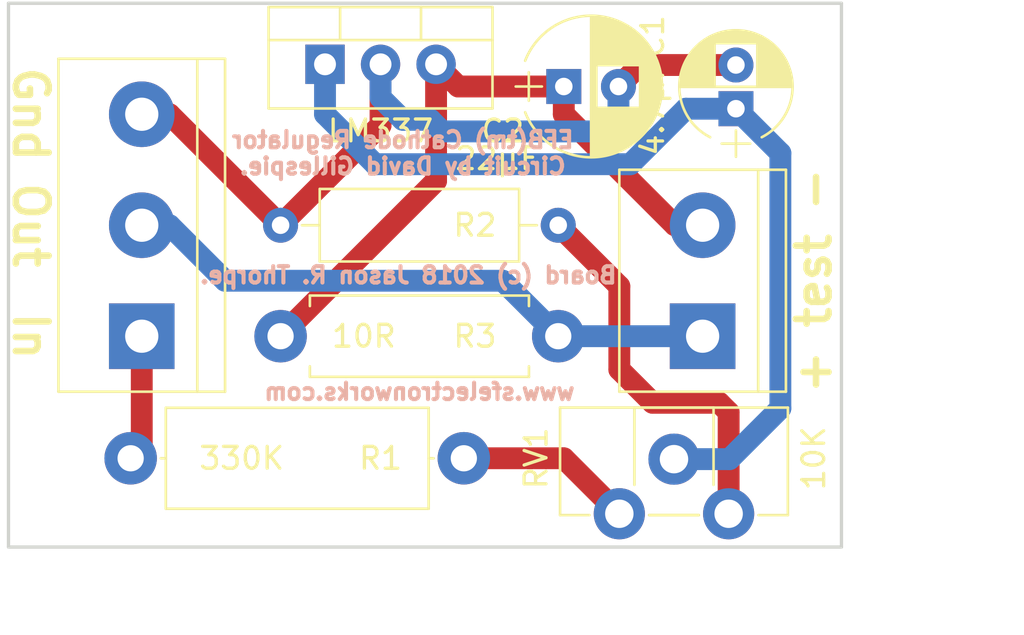
<source format=kicad_pcb>
(kicad_pcb (version 4) (host pcbnew 4.0.7)

  (general
    (links 14)
    (no_connects 0)
    (area 136.318 72.829 186.92 105.823828)
    (thickness 1.6)
    (drawings 13)
    (tracks 44)
    (zones 0)
    (modules 9)
    (nets 8)
  )

  (page A4)
  (layers
    (0 F.Cu signal)
    (31 B.Cu signal)
    (32 B.Adhes user)
    (33 F.Adhes user)
    (34 B.Paste user)
    (35 F.Paste user)
    (36 B.SilkS user)
    (37 F.SilkS user)
    (38 B.Mask user)
    (39 F.Mask user)
    (40 Dwgs.User user)
    (41 Cmts.User user)
    (42 Eco1.User user)
    (43 Eco2.User user)
    (44 Edge.Cuts user)
    (45 Margin user)
    (46 B.CrtYd user)
    (47 F.CrtYd user)
    (48 B.Fab user)
    (49 F.Fab user)
  )

  (setup
    (last_trace_width 1)
    (trace_clearance 0.5)
    (zone_clearance 0.508)
    (zone_45_only no)
    (trace_min 0.2)
    (segment_width 0.2)
    (edge_width 0.15)
    (via_size 0.6)
    (via_drill 0.4)
    (via_min_size 0.4)
    (via_min_drill 0.3)
    (uvia_size 0.3)
    (uvia_drill 0.1)
    (uvias_allowed no)
    (uvia_min_size 0.2)
    (uvia_min_drill 0.1)
    (pcb_text_width 0.3)
    (pcb_text_size 1.5 1.5)
    (mod_edge_width 0.15)
    (mod_text_size 1 1)
    (mod_text_width 0.15)
    (pad_size 1.524 1.524)
    (pad_drill 0.762)
    (pad_to_mask_clearance 0.2)
    (aux_axis_origin 0 0)
    (visible_elements FFFFFF7F)
    (pcbplotparams
      (layerselection 0x010f0_80000001)
      (usegerberextensions false)
      (excludeedgelayer true)
      (linewidth 0.100000)
      (plotframeref false)
      (viasonmask false)
      (mode 1)
      (useauxorigin false)
      (hpglpennumber 1)
      (hpglpenspeed 20)
      (hpglpendiameter 15)
      (hpglpenoverlay 2)
      (psnegative false)
      (psa4output false)
      (plotreference true)
      (plotvalue true)
      (plotinvisibletext false)
      (padsonsilk false)
      (subtractmaskfromsilk false)
      (outputformat 1)
      (mirror false)
      (drillshape 0)
      (scaleselection 1)
      (outputdirectory Gerbers/))
  )

  (net 0 "")
  (net 1 "Net-(C1-Pad1)")
  (net 2 "Net-(C1-Pad2)")
  (net 3 "Net-(C2-Pad1)")
  (net 4 "Net-(J1-Pad1)")
  (net 5 "Net-(J1-Pad2)")
  (net 6 "Net-(R1-Pad2)")
  (net 7 "Net-(R2-Pad1)")

  (net_class Default "This is the default net class."
    (clearance 0.5)
    (trace_width 1)
    (via_dia 0.6)
    (via_drill 0.4)
    (uvia_dia 0.3)
    (uvia_drill 0.1)
    (add_net "Net-(C1-Pad1)")
    (add_net "Net-(C1-Pad2)")
    (add_net "Net-(C2-Pad1)")
    (add_net "Net-(J1-Pad1)")
    (add_net "Net-(J1-Pad2)")
    (add_net "Net-(R1-Pad2)")
    (add_net "Net-(R2-Pad1)")
  )

  (module Capacitors_THT:CP_Radial_D5.0mm_P2.00mm (layer F.Cu) (tedit 5B79E7B6) (tstamp 5B79DCF9)
    (at 169.926 79.756 90)
    (descr "CP, Radial series, Radial, pin pitch=2.00mm, , diameter=5mm, Electrolytic Capacitor")
    (tags "CP Radial series Radial pin pitch 2.00mm  diameter 5mm Electrolytic Capacitor")
    (path /5B79B247)
    (fp_text reference C1 (at 3.302 -3.81 90) (layer F.SilkS)
      (effects (font (size 1 1) (thickness 0.15)))
    )
    (fp_text value 4.7µF (at 0 -3.81 90) (layer F.SilkS)
      (effects (font (size 1 1) (thickness 0.15)))
    )
    (fp_arc (start 1 0) (end -1.30558 -1.18) (angle 125.8) (layer F.SilkS) (width 0.12))
    (fp_arc (start 1 0) (end -1.30558 1.18) (angle -125.8) (layer F.SilkS) (width 0.12))
    (fp_arc (start 1 0) (end 3.30558 -1.18) (angle 54.2) (layer F.SilkS) (width 0.12))
    (fp_circle (center 1 0) (end 3.5 0) (layer F.Fab) (width 0.1))
    (fp_line (start -2.2 0) (end -1 0) (layer F.Fab) (width 0.1))
    (fp_line (start -1.6 -0.65) (end -1.6 0.65) (layer F.Fab) (width 0.1))
    (fp_line (start 1 -2.55) (end 1 2.55) (layer F.SilkS) (width 0.12))
    (fp_line (start 1.04 -2.55) (end 1.04 -0.98) (layer F.SilkS) (width 0.12))
    (fp_line (start 1.04 0.98) (end 1.04 2.55) (layer F.SilkS) (width 0.12))
    (fp_line (start 1.08 -2.549) (end 1.08 -0.98) (layer F.SilkS) (width 0.12))
    (fp_line (start 1.08 0.98) (end 1.08 2.549) (layer F.SilkS) (width 0.12))
    (fp_line (start 1.12 -2.548) (end 1.12 -0.98) (layer F.SilkS) (width 0.12))
    (fp_line (start 1.12 0.98) (end 1.12 2.548) (layer F.SilkS) (width 0.12))
    (fp_line (start 1.16 -2.546) (end 1.16 -0.98) (layer F.SilkS) (width 0.12))
    (fp_line (start 1.16 0.98) (end 1.16 2.546) (layer F.SilkS) (width 0.12))
    (fp_line (start 1.2 -2.543) (end 1.2 -0.98) (layer F.SilkS) (width 0.12))
    (fp_line (start 1.2 0.98) (end 1.2 2.543) (layer F.SilkS) (width 0.12))
    (fp_line (start 1.24 -2.539) (end 1.24 -0.98) (layer F.SilkS) (width 0.12))
    (fp_line (start 1.24 0.98) (end 1.24 2.539) (layer F.SilkS) (width 0.12))
    (fp_line (start 1.28 -2.535) (end 1.28 -0.98) (layer F.SilkS) (width 0.12))
    (fp_line (start 1.28 0.98) (end 1.28 2.535) (layer F.SilkS) (width 0.12))
    (fp_line (start 1.32 -2.531) (end 1.32 -0.98) (layer F.SilkS) (width 0.12))
    (fp_line (start 1.32 0.98) (end 1.32 2.531) (layer F.SilkS) (width 0.12))
    (fp_line (start 1.36 -2.525) (end 1.36 -0.98) (layer F.SilkS) (width 0.12))
    (fp_line (start 1.36 0.98) (end 1.36 2.525) (layer F.SilkS) (width 0.12))
    (fp_line (start 1.4 -2.519) (end 1.4 -0.98) (layer F.SilkS) (width 0.12))
    (fp_line (start 1.4 0.98) (end 1.4 2.519) (layer F.SilkS) (width 0.12))
    (fp_line (start 1.44 -2.513) (end 1.44 -0.98) (layer F.SilkS) (width 0.12))
    (fp_line (start 1.44 0.98) (end 1.44 2.513) (layer F.SilkS) (width 0.12))
    (fp_line (start 1.48 -2.506) (end 1.48 -0.98) (layer F.SilkS) (width 0.12))
    (fp_line (start 1.48 0.98) (end 1.48 2.506) (layer F.SilkS) (width 0.12))
    (fp_line (start 1.52 -2.498) (end 1.52 -0.98) (layer F.SilkS) (width 0.12))
    (fp_line (start 1.52 0.98) (end 1.52 2.498) (layer F.SilkS) (width 0.12))
    (fp_line (start 1.56 -2.489) (end 1.56 -0.98) (layer F.SilkS) (width 0.12))
    (fp_line (start 1.56 0.98) (end 1.56 2.489) (layer F.SilkS) (width 0.12))
    (fp_line (start 1.6 -2.48) (end 1.6 -0.98) (layer F.SilkS) (width 0.12))
    (fp_line (start 1.6 0.98) (end 1.6 2.48) (layer F.SilkS) (width 0.12))
    (fp_line (start 1.64 -2.47) (end 1.64 -0.98) (layer F.SilkS) (width 0.12))
    (fp_line (start 1.64 0.98) (end 1.64 2.47) (layer F.SilkS) (width 0.12))
    (fp_line (start 1.68 -2.46) (end 1.68 -0.98) (layer F.SilkS) (width 0.12))
    (fp_line (start 1.68 0.98) (end 1.68 2.46) (layer F.SilkS) (width 0.12))
    (fp_line (start 1.721 -2.448) (end 1.721 -0.98) (layer F.SilkS) (width 0.12))
    (fp_line (start 1.721 0.98) (end 1.721 2.448) (layer F.SilkS) (width 0.12))
    (fp_line (start 1.761 -2.436) (end 1.761 -0.98) (layer F.SilkS) (width 0.12))
    (fp_line (start 1.761 0.98) (end 1.761 2.436) (layer F.SilkS) (width 0.12))
    (fp_line (start 1.801 -2.424) (end 1.801 -0.98) (layer F.SilkS) (width 0.12))
    (fp_line (start 1.801 0.98) (end 1.801 2.424) (layer F.SilkS) (width 0.12))
    (fp_line (start 1.841 -2.41) (end 1.841 -0.98) (layer F.SilkS) (width 0.12))
    (fp_line (start 1.841 0.98) (end 1.841 2.41) (layer F.SilkS) (width 0.12))
    (fp_line (start 1.881 -2.396) (end 1.881 -0.98) (layer F.SilkS) (width 0.12))
    (fp_line (start 1.881 0.98) (end 1.881 2.396) (layer F.SilkS) (width 0.12))
    (fp_line (start 1.921 -2.382) (end 1.921 -0.98) (layer F.SilkS) (width 0.12))
    (fp_line (start 1.921 0.98) (end 1.921 2.382) (layer F.SilkS) (width 0.12))
    (fp_line (start 1.961 -2.366) (end 1.961 -0.98) (layer F.SilkS) (width 0.12))
    (fp_line (start 1.961 0.98) (end 1.961 2.366) (layer F.SilkS) (width 0.12))
    (fp_line (start 2.001 -2.35) (end 2.001 -0.98) (layer F.SilkS) (width 0.12))
    (fp_line (start 2.001 0.98) (end 2.001 2.35) (layer F.SilkS) (width 0.12))
    (fp_line (start 2.041 -2.333) (end 2.041 -0.98) (layer F.SilkS) (width 0.12))
    (fp_line (start 2.041 0.98) (end 2.041 2.333) (layer F.SilkS) (width 0.12))
    (fp_line (start 2.081 -2.315) (end 2.081 -0.98) (layer F.SilkS) (width 0.12))
    (fp_line (start 2.081 0.98) (end 2.081 2.315) (layer F.SilkS) (width 0.12))
    (fp_line (start 2.121 -2.296) (end 2.121 -0.98) (layer F.SilkS) (width 0.12))
    (fp_line (start 2.121 0.98) (end 2.121 2.296) (layer F.SilkS) (width 0.12))
    (fp_line (start 2.161 -2.276) (end 2.161 -0.98) (layer F.SilkS) (width 0.12))
    (fp_line (start 2.161 0.98) (end 2.161 2.276) (layer F.SilkS) (width 0.12))
    (fp_line (start 2.201 -2.256) (end 2.201 -0.98) (layer F.SilkS) (width 0.12))
    (fp_line (start 2.201 0.98) (end 2.201 2.256) (layer F.SilkS) (width 0.12))
    (fp_line (start 2.241 -2.234) (end 2.241 -0.98) (layer F.SilkS) (width 0.12))
    (fp_line (start 2.241 0.98) (end 2.241 2.234) (layer F.SilkS) (width 0.12))
    (fp_line (start 2.281 -2.212) (end 2.281 -0.98) (layer F.SilkS) (width 0.12))
    (fp_line (start 2.281 0.98) (end 2.281 2.212) (layer F.SilkS) (width 0.12))
    (fp_line (start 2.321 -2.189) (end 2.321 -0.98) (layer F.SilkS) (width 0.12))
    (fp_line (start 2.321 0.98) (end 2.321 2.189) (layer F.SilkS) (width 0.12))
    (fp_line (start 2.361 -2.165) (end 2.361 -0.98) (layer F.SilkS) (width 0.12))
    (fp_line (start 2.361 0.98) (end 2.361 2.165) (layer F.SilkS) (width 0.12))
    (fp_line (start 2.401 -2.14) (end 2.401 -0.98) (layer F.SilkS) (width 0.12))
    (fp_line (start 2.401 0.98) (end 2.401 2.14) (layer F.SilkS) (width 0.12))
    (fp_line (start 2.441 -2.113) (end 2.441 -0.98) (layer F.SilkS) (width 0.12))
    (fp_line (start 2.441 0.98) (end 2.441 2.113) (layer F.SilkS) (width 0.12))
    (fp_line (start 2.481 -2.086) (end 2.481 -0.98) (layer F.SilkS) (width 0.12))
    (fp_line (start 2.481 0.98) (end 2.481 2.086) (layer F.SilkS) (width 0.12))
    (fp_line (start 2.521 -2.058) (end 2.521 -0.98) (layer F.SilkS) (width 0.12))
    (fp_line (start 2.521 0.98) (end 2.521 2.058) (layer F.SilkS) (width 0.12))
    (fp_line (start 2.561 -2.028) (end 2.561 -0.98) (layer F.SilkS) (width 0.12))
    (fp_line (start 2.561 0.98) (end 2.561 2.028) (layer F.SilkS) (width 0.12))
    (fp_line (start 2.601 -1.997) (end 2.601 -0.98) (layer F.SilkS) (width 0.12))
    (fp_line (start 2.601 0.98) (end 2.601 1.997) (layer F.SilkS) (width 0.12))
    (fp_line (start 2.641 -1.965) (end 2.641 -0.98) (layer F.SilkS) (width 0.12))
    (fp_line (start 2.641 0.98) (end 2.641 1.965) (layer F.SilkS) (width 0.12))
    (fp_line (start 2.681 -1.932) (end 2.681 -0.98) (layer F.SilkS) (width 0.12))
    (fp_line (start 2.681 0.98) (end 2.681 1.932) (layer F.SilkS) (width 0.12))
    (fp_line (start 2.721 -1.897) (end 2.721 -0.98) (layer F.SilkS) (width 0.12))
    (fp_line (start 2.721 0.98) (end 2.721 1.897) (layer F.SilkS) (width 0.12))
    (fp_line (start 2.761 -1.861) (end 2.761 -0.98) (layer F.SilkS) (width 0.12))
    (fp_line (start 2.761 0.98) (end 2.761 1.861) (layer F.SilkS) (width 0.12))
    (fp_line (start 2.801 -1.823) (end 2.801 -0.98) (layer F.SilkS) (width 0.12))
    (fp_line (start 2.801 0.98) (end 2.801 1.823) (layer F.SilkS) (width 0.12))
    (fp_line (start 2.841 -1.783) (end 2.841 -0.98) (layer F.SilkS) (width 0.12))
    (fp_line (start 2.841 0.98) (end 2.841 1.783) (layer F.SilkS) (width 0.12))
    (fp_line (start 2.881 -1.742) (end 2.881 -0.98) (layer F.SilkS) (width 0.12))
    (fp_line (start 2.881 0.98) (end 2.881 1.742) (layer F.SilkS) (width 0.12))
    (fp_line (start 2.921 -1.699) (end 2.921 -0.98) (layer F.SilkS) (width 0.12))
    (fp_line (start 2.921 0.98) (end 2.921 1.699) (layer F.SilkS) (width 0.12))
    (fp_line (start 2.961 -1.654) (end 2.961 -0.98) (layer F.SilkS) (width 0.12))
    (fp_line (start 2.961 0.98) (end 2.961 1.654) (layer F.SilkS) (width 0.12))
    (fp_line (start 3.001 -1.606) (end 3.001 1.606) (layer F.SilkS) (width 0.12))
    (fp_line (start 3.041 -1.556) (end 3.041 1.556) (layer F.SilkS) (width 0.12))
    (fp_line (start 3.081 -1.504) (end 3.081 1.504) (layer F.SilkS) (width 0.12))
    (fp_line (start 3.121 -1.448) (end 3.121 1.448) (layer F.SilkS) (width 0.12))
    (fp_line (start 3.161 -1.39) (end 3.161 1.39) (layer F.SilkS) (width 0.12))
    (fp_line (start 3.201 -1.327) (end 3.201 1.327) (layer F.SilkS) (width 0.12))
    (fp_line (start 3.241 -1.261) (end 3.241 1.261) (layer F.SilkS) (width 0.12))
    (fp_line (start 3.281 -1.189) (end 3.281 1.189) (layer F.SilkS) (width 0.12))
    (fp_line (start 3.321 -1.112) (end 3.321 1.112) (layer F.SilkS) (width 0.12))
    (fp_line (start 3.361 -1.028) (end 3.361 1.028) (layer F.SilkS) (width 0.12))
    (fp_line (start 3.401 -0.934) (end 3.401 0.934) (layer F.SilkS) (width 0.12))
    (fp_line (start 3.441 -0.829) (end 3.441 0.829) (layer F.SilkS) (width 0.12))
    (fp_line (start 3.481 -0.707) (end 3.481 0.707) (layer F.SilkS) (width 0.12))
    (fp_line (start 3.521 -0.559) (end 3.521 0.559) (layer F.SilkS) (width 0.12))
    (fp_line (start 3.561 -0.354) (end 3.561 0.354) (layer F.SilkS) (width 0.12))
    (fp_line (start -2.2 0) (end -1 0) (layer F.SilkS) (width 0.12))
    (fp_line (start -1.6 -0.65) (end -1.6 0.65) (layer F.SilkS) (width 0.12))
    (fp_line (start -1.85 -2.85) (end -1.85 2.85) (layer F.CrtYd) (width 0.05))
    (fp_line (start -1.85 2.85) (end 3.85 2.85) (layer F.CrtYd) (width 0.05))
    (fp_line (start 3.85 2.85) (end 3.85 -2.85) (layer F.CrtYd) (width 0.05))
    (fp_line (start 3.85 -2.85) (end -1.85 -2.85) (layer F.CrtYd) (width 0.05))
    (fp_text user %R (at 1 0 90) (layer F.Fab)
      (effects (font (size 1 1) (thickness 0.15)))
    )
    (pad 1 thru_hole rect (at 0 0 90) (size 1.6 1.6) (drill 0.8) (layers *.Cu *.Mask)
      (net 1 "Net-(C1-Pad1)"))
    (pad 2 thru_hole circle (at 2 0 90) (size 1.6 1.6) (drill 0.8) (layers *.Cu *.Mask)
      (net 2 "Net-(C1-Pad2)"))
    (model ${KISYS3DMOD}/Capacitors_THT.3dshapes/CP_Radial_D5.0mm_P2.00mm.wrl
      (at (xyz 0 0 0))
      (scale (xyz 1 1 1))
      (rotate (xyz 0 0 0))
    )
  )

  (module Capacitors_THT:CP_Radial_D6.3mm_P2.50mm (layer F.Cu) (tedit 5B79E7AC) (tstamp 5B79DD8E)
    (at 162.052 78.74)
    (descr "CP, Radial series, Radial, pin pitch=2.50mm, , diameter=6.3mm, Electrolytic Capacitor")
    (tags "CP Radial series Radial pin pitch 2.50mm  diameter 6.3mm Electrolytic Capacitor")
    (path /5B79B1E2)
    (fp_text reference C2 (at -2.794 2.032) (layer F.SilkS)
      (effects (font (size 1 1) (thickness 0.15)))
    )
    (fp_text value 22µF (at -3.048 3.302) (layer F.SilkS)
      (effects (font (size 1 1) (thickness 0.15)))
    )
    (fp_arc (start 1.25 0) (end -1.767482 -1.18) (angle 137.3) (layer F.SilkS) (width 0.12))
    (fp_arc (start 1.25 0) (end -1.767482 1.18) (angle -137.3) (layer F.SilkS) (width 0.12))
    (fp_arc (start 1.25 0) (end 4.267482 -1.18) (angle 42.7) (layer F.SilkS) (width 0.12))
    (fp_circle (center 1.25 0) (end 4.4 0) (layer F.Fab) (width 0.1))
    (fp_line (start -2.2 0) (end -1 0) (layer F.Fab) (width 0.1))
    (fp_line (start -1.6 -0.65) (end -1.6 0.65) (layer F.Fab) (width 0.1))
    (fp_line (start 1.25 -3.2) (end 1.25 3.2) (layer F.SilkS) (width 0.12))
    (fp_line (start 1.29 -3.2) (end 1.29 3.2) (layer F.SilkS) (width 0.12))
    (fp_line (start 1.33 -3.2) (end 1.33 3.2) (layer F.SilkS) (width 0.12))
    (fp_line (start 1.37 -3.198) (end 1.37 3.198) (layer F.SilkS) (width 0.12))
    (fp_line (start 1.41 -3.197) (end 1.41 3.197) (layer F.SilkS) (width 0.12))
    (fp_line (start 1.45 -3.194) (end 1.45 3.194) (layer F.SilkS) (width 0.12))
    (fp_line (start 1.49 -3.192) (end 1.49 3.192) (layer F.SilkS) (width 0.12))
    (fp_line (start 1.53 -3.188) (end 1.53 -0.98) (layer F.SilkS) (width 0.12))
    (fp_line (start 1.53 0.98) (end 1.53 3.188) (layer F.SilkS) (width 0.12))
    (fp_line (start 1.57 -3.185) (end 1.57 -0.98) (layer F.SilkS) (width 0.12))
    (fp_line (start 1.57 0.98) (end 1.57 3.185) (layer F.SilkS) (width 0.12))
    (fp_line (start 1.61 -3.18) (end 1.61 -0.98) (layer F.SilkS) (width 0.12))
    (fp_line (start 1.61 0.98) (end 1.61 3.18) (layer F.SilkS) (width 0.12))
    (fp_line (start 1.65 -3.176) (end 1.65 -0.98) (layer F.SilkS) (width 0.12))
    (fp_line (start 1.65 0.98) (end 1.65 3.176) (layer F.SilkS) (width 0.12))
    (fp_line (start 1.69 -3.17) (end 1.69 -0.98) (layer F.SilkS) (width 0.12))
    (fp_line (start 1.69 0.98) (end 1.69 3.17) (layer F.SilkS) (width 0.12))
    (fp_line (start 1.73 -3.165) (end 1.73 -0.98) (layer F.SilkS) (width 0.12))
    (fp_line (start 1.73 0.98) (end 1.73 3.165) (layer F.SilkS) (width 0.12))
    (fp_line (start 1.77 -3.158) (end 1.77 -0.98) (layer F.SilkS) (width 0.12))
    (fp_line (start 1.77 0.98) (end 1.77 3.158) (layer F.SilkS) (width 0.12))
    (fp_line (start 1.81 -3.152) (end 1.81 -0.98) (layer F.SilkS) (width 0.12))
    (fp_line (start 1.81 0.98) (end 1.81 3.152) (layer F.SilkS) (width 0.12))
    (fp_line (start 1.85 -3.144) (end 1.85 -0.98) (layer F.SilkS) (width 0.12))
    (fp_line (start 1.85 0.98) (end 1.85 3.144) (layer F.SilkS) (width 0.12))
    (fp_line (start 1.89 -3.137) (end 1.89 -0.98) (layer F.SilkS) (width 0.12))
    (fp_line (start 1.89 0.98) (end 1.89 3.137) (layer F.SilkS) (width 0.12))
    (fp_line (start 1.93 -3.128) (end 1.93 -0.98) (layer F.SilkS) (width 0.12))
    (fp_line (start 1.93 0.98) (end 1.93 3.128) (layer F.SilkS) (width 0.12))
    (fp_line (start 1.971 -3.119) (end 1.971 -0.98) (layer F.SilkS) (width 0.12))
    (fp_line (start 1.971 0.98) (end 1.971 3.119) (layer F.SilkS) (width 0.12))
    (fp_line (start 2.011 -3.11) (end 2.011 -0.98) (layer F.SilkS) (width 0.12))
    (fp_line (start 2.011 0.98) (end 2.011 3.11) (layer F.SilkS) (width 0.12))
    (fp_line (start 2.051 -3.1) (end 2.051 -0.98) (layer F.SilkS) (width 0.12))
    (fp_line (start 2.051 0.98) (end 2.051 3.1) (layer F.SilkS) (width 0.12))
    (fp_line (start 2.091 -3.09) (end 2.091 -0.98) (layer F.SilkS) (width 0.12))
    (fp_line (start 2.091 0.98) (end 2.091 3.09) (layer F.SilkS) (width 0.12))
    (fp_line (start 2.131 -3.079) (end 2.131 -0.98) (layer F.SilkS) (width 0.12))
    (fp_line (start 2.131 0.98) (end 2.131 3.079) (layer F.SilkS) (width 0.12))
    (fp_line (start 2.171 -3.067) (end 2.171 -0.98) (layer F.SilkS) (width 0.12))
    (fp_line (start 2.171 0.98) (end 2.171 3.067) (layer F.SilkS) (width 0.12))
    (fp_line (start 2.211 -3.055) (end 2.211 -0.98) (layer F.SilkS) (width 0.12))
    (fp_line (start 2.211 0.98) (end 2.211 3.055) (layer F.SilkS) (width 0.12))
    (fp_line (start 2.251 -3.042) (end 2.251 -0.98) (layer F.SilkS) (width 0.12))
    (fp_line (start 2.251 0.98) (end 2.251 3.042) (layer F.SilkS) (width 0.12))
    (fp_line (start 2.291 -3.029) (end 2.291 -0.98) (layer F.SilkS) (width 0.12))
    (fp_line (start 2.291 0.98) (end 2.291 3.029) (layer F.SilkS) (width 0.12))
    (fp_line (start 2.331 -3.015) (end 2.331 -0.98) (layer F.SilkS) (width 0.12))
    (fp_line (start 2.331 0.98) (end 2.331 3.015) (layer F.SilkS) (width 0.12))
    (fp_line (start 2.371 -3.001) (end 2.371 -0.98) (layer F.SilkS) (width 0.12))
    (fp_line (start 2.371 0.98) (end 2.371 3.001) (layer F.SilkS) (width 0.12))
    (fp_line (start 2.411 -2.986) (end 2.411 -0.98) (layer F.SilkS) (width 0.12))
    (fp_line (start 2.411 0.98) (end 2.411 2.986) (layer F.SilkS) (width 0.12))
    (fp_line (start 2.451 -2.97) (end 2.451 -0.98) (layer F.SilkS) (width 0.12))
    (fp_line (start 2.451 0.98) (end 2.451 2.97) (layer F.SilkS) (width 0.12))
    (fp_line (start 2.491 -2.954) (end 2.491 -0.98) (layer F.SilkS) (width 0.12))
    (fp_line (start 2.491 0.98) (end 2.491 2.954) (layer F.SilkS) (width 0.12))
    (fp_line (start 2.531 -2.937) (end 2.531 -0.98) (layer F.SilkS) (width 0.12))
    (fp_line (start 2.531 0.98) (end 2.531 2.937) (layer F.SilkS) (width 0.12))
    (fp_line (start 2.571 -2.919) (end 2.571 -0.98) (layer F.SilkS) (width 0.12))
    (fp_line (start 2.571 0.98) (end 2.571 2.919) (layer F.SilkS) (width 0.12))
    (fp_line (start 2.611 -2.901) (end 2.611 -0.98) (layer F.SilkS) (width 0.12))
    (fp_line (start 2.611 0.98) (end 2.611 2.901) (layer F.SilkS) (width 0.12))
    (fp_line (start 2.651 -2.882) (end 2.651 -0.98) (layer F.SilkS) (width 0.12))
    (fp_line (start 2.651 0.98) (end 2.651 2.882) (layer F.SilkS) (width 0.12))
    (fp_line (start 2.691 -2.863) (end 2.691 -0.98) (layer F.SilkS) (width 0.12))
    (fp_line (start 2.691 0.98) (end 2.691 2.863) (layer F.SilkS) (width 0.12))
    (fp_line (start 2.731 -2.843) (end 2.731 -0.98) (layer F.SilkS) (width 0.12))
    (fp_line (start 2.731 0.98) (end 2.731 2.843) (layer F.SilkS) (width 0.12))
    (fp_line (start 2.771 -2.822) (end 2.771 -0.98) (layer F.SilkS) (width 0.12))
    (fp_line (start 2.771 0.98) (end 2.771 2.822) (layer F.SilkS) (width 0.12))
    (fp_line (start 2.811 -2.8) (end 2.811 -0.98) (layer F.SilkS) (width 0.12))
    (fp_line (start 2.811 0.98) (end 2.811 2.8) (layer F.SilkS) (width 0.12))
    (fp_line (start 2.851 -2.778) (end 2.851 -0.98) (layer F.SilkS) (width 0.12))
    (fp_line (start 2.851 0.98) (end 2.851 2.778) (layer F.SilkS) (width 0.12))
    (fp_line (start 2.891 -2.755) (end 2.891 -0.98) (layer F.SilkS) (width 0.12))
    (fp_line (start 2.891 0.98) (end 2.891 2.755) (layer F.SilkS) (width 0.12))
    (fp_line (start 2.931 -2.731) (end 2.931 -0.98) (layer F.SilkS) (width 0.12))
    (fp_line (start 2.931 0.98) (end 2.931 2.731) (layer F.SilkS) (width 0.12))
    (fp_line (start 2.971 -2.706) (end 2.971 -0.98) (layer F.SilkS) (width 0.12))
    (fp_line (start 2.971 0.98) (end 2.971 2.706) (layer F.SilkS) (width 0.12))
    (fp_line (start 3.011 -2.681) (end 3.011 -0.98) (layer F.SilkS) (width 0.12))
    (fp_line (start 3.011 0.98) (end 3.011 2.681) (layer F.SilkS) (width 0.12))
    (fp_line (start 3.051 -2.654) (end 3.051 -0.98) (layer F.SilkS) (width 0.12))
    (fp_line (start 3.051 0.98) (end 3.051 2.654) (layer F.SilkS) (width 0.12))
    (fp_line (start 3.091 -2.627) (end 3.091 -0.98) (layer F.SilkS) (width 0.12))
    (fp_line (start 3.091 0.98) (end 3.091 2.627) (layer F.SilkS) (width 0.12))
    (fp_line (start 3.131 -2.599) (end 3.131 -0.98) (layer F.SilkS) (width 0.12))
    (fp_line (start 3.131 0.98) (end 3.131 2.599) (layer F.SilkS) (width 0.12))
    (fp_line (start 3.171 -2.57) (end 3.171 -0.98) (layer F.SilkS) (width 0.12))
    (fp_line (start 3.171 0.98) (end 3.171 2.57) (layer F.SilkS) (width 0.12))
    (fp_line (start 3.211 -2.54) (end 3.211 -0.98) (layer F.SilkS) (width 0.12))
    (fp_line (start 3.211 0.98) (end 3.211 2.54) (layer F.SilkS) (width 0.12))
    (fp_line (start 3.251 -2.51) (end 3.251 -0.98) (layer F.SilkS) (width 0.12))
    (fp_line (start 3.251 0.98) (end 3.251 2.51) (layer F.SilkS) (width 0.12))
    (fp_line (start 3.291 -2.478) (end 3.291 -0.98) (layer F.SilkS) (width 0.12))
    (fp_line (start 3.291 0.98) (end 3.291 2.478) (layer F.SilkS) (width 0.12))
    (fp_line (start 3.331 -2.445) (end 3.331 -0.98) (layer F.SilkS) (width 0.12))
    (fp_line (start 3.331 0.98) (end 3.331 2.445) (layer F.SilkS) (width 0.12))
    (fp_line (start 3.371 -2.411) (end 3.371 -0.98) (layer F.SilkS) (width 0.12))
    (fp_line (start 3.371 0.98) (end 3.371 2.411) (layer F.SilkS) (width 0.12))
    (fp_line (start 3.411 -2.375) (end 3.411 -0.98) (layer F.SilkS) (width 0.12))
    (fp_line (start 3.411 0.98) (end 3.411 2.375) (layer F.SilkS) (width 0.12))
    (fp_line (start 3.451 -2.339) (end 3.451 -0.98) (layer F.SilkS) (width 0.12))
    (fp_line (start 3.451 0.98) (end 3.451 2.339) (layer F.SilkS) (width 0.12))
    (fp_line (start 3.491 -2.301) (end 3.491 2.301) (layer F.SilkS) (width 0.12))
    (fp_line (start 3.531 -2.262) (end 3.531 2.262) (layer F.SilkS) (width 0.12))
    (fp_line (start 3.571 -2.222) (end 3.571 2.222) (layer F.SilkS) (width 0.12))
    (fp_line (start 3.611 -2.18) (end 3.611 2.18) (layer F.SilkS) (width 0.12))
    (fp_line (start 3.651 -2.137) (end 3.651 2.137) (layer F.SilkS) (width 0.12))
    (fp_line (start 3.691 -2.092) (end 3.691 2.092) (layer F.SilkS) (width 0.12))
    (fp_line (start 3.731 -2.045) (end 3.731 2.045) (layer F.SilkS) (width 0.12))
    (fp_line (start 3.771 -1.997) (end 3.771 1.997) (layer F.SilkS) (width 0.12))
    (fp_line (start 3.811 -1.946) (end 3.811 1.946) (layer F.SilkS) (width 0.12))
    (fp_line (start 3.851 -1.894) (end 3.851 1.894) (layer F.SilkS) (width 0.12))
    (fp_line (start 3.891 -1.839) (end 3.891 1.839) (layer F.SilkS) (width 0.12))
    (fp_line (start 3.931 -1.781) (end 3.931 1.781) (layer F.SilkS) (width 0.12))
    (fp_line (start 3.971 -1.721) (end 3.971 1.721) (layer F.SilkS) (width 0.12))
    (fp_line (start 4.011 -1.658) (end 4.011 1.658) (layer F.SilkS) (width 0.12))
    (fp_line (start 4.051 -1.591) (end 4.051 1.591) (layer F.SilkS) (width 0.12))
    (fp_line (start 4.091 -1.52) (end 4.091 1.52) (layer F.SilkS) (width 0.12))
    (fp_line (start 4.131 -1.445) (end 4.131 1.445) (layer F.SilkS) (width 0.12))
    (fp_line (start 4.171 -1.364) (end 4.171 1.364) (layer F.SilkS) (width 0.12))
    (fp_line (start 4.211 -1.278) (end 4.211 1.278) (layer F.SilkS) (width 0.12))
    (fp_line (start 4.251 -1.184) (end 4.251 1.184) (layer F.SilkS) (width 0.12))
    (fp_line (start 4.291 -1.081) (end 4.291 1.081) (layer F.SilkS) (width 0.12))
    (fp_line (start 4.331 -0.966) (end 4.331 0.966) (layer F.SilkS) (width 0.12))
    (fp_line (start 4.371 -0.834) (end 4.371 0.834) (layer F.SilkS) (width 0.12))
    (fp_line (start 4.411 -0.676) (end 4.411 0.676) (layer F.SilkS) (width 0.12))
    (fp_line (start 4.451 -0.468) (end 4.451 0.468) (layer F.SilkS) (width 0.12))
    (fp_line (start -2.2 0) (end -1 0) (layer F.SilkS) (width 0.12))
    (fp_line (start -1.6 -0.65) (end -1.6 0.65) (layer F.SilkS) (width 0.12))
    (fp_line (start -2.25 -3.5) (end -2.25 3.5) (layer F.CrtYd) (width 0.05))
    (fp_line (start -2.25 3.5) (end 4.75 3.5) (layer F.CrtYd) (width 0.05))
    (fp_line (start 4.75 3.5) (end 4.75 -3.5) (layer F.CrtYd) (width 0.05))
    (fp_line (start 4.75 -3.5) (end -2.25 -3.5) (layer F.CrtYd) (width 0.05))
    (fp_text user %R (at 1.25 0) (layer F.Fab)
      (effects (font (size 1 1) (thickness 0.15)))
    )
    (pad 1 thru_hole rect (at 0 0) (size 1.6 1.6) (drill 0.8) (layers *.Cu *.Mask)
      (net 3 "Net-(C2-Pad1)"))
    (pad 2 thru_hole circle (at 2.5 0) (size 1.6 1.6) (drill 0.8) (layers *.Cu *.Mask)
      (net 2 "Net-(C1-Pad2)"))
    (model ${KISYS3DMOD}/Capacitors_THT.3dshapes/CP_Radial_D6.3mm_P2.50mm.wrl
      (at (xyz 0 0 0))
      (scale (xyz 1 1 1))
      (rotate (xyz 0 0 0))
    )
  )

  (module Connectors_Terminal_Blocks:TerminalBlock_bornier-3_P5.08mm (layer F.Cu) (tedit 5B79E466) (tstamp 5B79DDA4)
    (at 142.748 90.17 90)
    (descr "simple 3-pin terminal block, pitch 5.08mm, revamped version of bornier3")
    (tags "terminal block bornier3")
    (path /5B799A05)
    (fp_text reference J1 (at 5.05 -4.65 90) (layer F.SilkS) hide
      (effects (font (size 1 1) (thickness 0.15)))
    )
    (fp_text value Screw_Terminal_01x03 (at 5.08 5.08 90) (layer F.Fab) hide
      (effects (font (size 1 1) (thickness 0.15)))
    )
    (fp_text user %R (at 5.08 0 90) (layer F.Fab)
      (effects (font (size 1 1) (thickness 0.15)))
    )
    (fp_line (start -2.47 2.55) (end 12.63 2.55) (layer F.Fab) (width 0.1))
    (fp_line (start -2.47 -3.75) (end 12.63 -3.75) (layer F.Fab) (width 0.1))
    (fp_line (start 12.63 -3.75) (end 12.63 3.75) (layer F.Fab) (width 0.1))
    (fp_line (start 12.63 3.75) (end -2.47 3.75) (layer F.Fab) (width 0.1))
    (fp_line (start -2.47 3.75) (end -2.47 -3.75) (layer F.Fab) (width 0.1))
    (fp_line (start -2.54 3.81) (end -2.54 -3.81) (layer F.SilkS) (width 0.12))
    (fp_line (start 12.7 3.81) (end 12.7 -3.81) (layer F.SilkS) (width 0.12))
    (fp_line (start -2.54 2.54) (end 12.7 2.54) (layer F.SilkS) (width 0.12))
    (fp_line (start -2.54 -3.81) (end 12.7 -3.81) (layer F.SilkS) (width 0.12))
    (fp_line (start -2.54 3.81) (end 12.7 3.81) (layer F.SilkS) (width 0.12))
    (fp_line (start -2.72 -4) (end 12.88 -4) (layer F.CrtYd) (width 0.05))
    (fp_line (start -2.72 -4) (end -2.72 4) (layer F.CrtYd) (width 0.05))
    (fp_line (start 12.88 4) (end 12.88 -4) (layer F.CrtYd) (width 0.05))
    (fp_line (start 12.88 4) (end -2.72 4) (layer F.CrtYd) (width 0.05))
    (pad 1 thru_hole rect (at 0 0 90) (size 3 3) (drill 1.52) (layers *.Cu *.Mask)
      (net 4 "Net-(J1-Pad1)"))
    (pad 2 thru_hole circle (at 5.08 0 90) (size 3 3) (drill 1.52) (layers *.Cu *.Mask)
      (net 5 "Net-(J1-Pad2)"))
    (pad 3 thru_hole circle (at 10.16 0 90) (size 3 3) (drill 1.52) (layers *.Cu *.Mask)
      (net 2 "Net-(C1-Pad2)"))
    (model ${KISYS3DMOD}/Terminal_Blocks.3dshapes/TerminalBlock_bornier-3_P5.08mm.wrl
      (at (xyz 0.2 0 0))
      (scale (xyz 1 1 1))
      (rotate (xyz 0 0 0))
    )
  )

  (module Connectors_Terminal_Blocks:TerminalBlock_bornier-2_P5.08mm (layer F.Cu) (tedit 5B79E403) (tstamp 5B79DDB9)
    (at 168.402 90.17 90)
    (descr "simple 2-pin terminal block, pitch 5.08mm, revamped version of bornier2")
    (tags "terminal block bornier2")
    (path /5B79B569)
    (fp_text reference J2 (at 2.54 -5.08 90) (layer F.SilkS) hide
      (effects (font (size 1 1) (thickness 0.15)))
    )
    (fp_text value Screw_Terminal_01x02 (at 2.54 5.08 90) (layer F.Fab) hide
      (effects (font (size 1 1) (thickness 0.15)))
    )
    (fp_text user %R (at 2.54 0 90) (layer F.Fab)
      (effects (font (size 1 1) (thickness 0.15)))
    )
    (fp_line (start -2.41 2.55) (end 7.49 2.55) (layer F.Fab) (width 0.1))
    (fp_line (start -2.46 -3.75) (end -2.46 3.75) (layer F.Fab) (width 0.1))
    (fp_line (start -2.46 3.75) (end 7.54 3.75) (layer F.Fab) (width 0.1))
    (fp_line (start 7.54 3.75) (end 7.54 -3.75) (layer F.Fab) (width 0.1))
    (fp_line (start 7.54 -3.75) (end -2.46 -3.75) (layer F.Fab) (width 0.1))
    (fp_line (start 7.62 2.54) (end -2.54 2.54) (layer F.SilkS) (width 0.12))
    (fp_line (start 7.62 3.81) (end 7.62 -3.81) (layer F.SilkS) (width 0.12))
    (fp_line (start 7.62 -3.81) (end -2.54 -3.81) (layer F.SilkS) (width 0.12))
    (fp_line (start -2.54 -3.81) (end -2.54 3.81) (layer F.SilkS) (width 0.12))
    (fp_line (start -2.54 3.81) (end 7.62 3.81) (layer F.SilkS) (width 0.12))
    (fp_line (start -2.71 -4) (end 7.79 -4) (layer F.CrtYd) (width 0.05))
    (fp_line (start -2.71 -4) (end -2.71 4) (layer F.CrtYd) (width 0.05))
    (fp_line (start 7.79 4) (end 7.79 -4) (layer F.CrtYd) (width 0.05))
    (fp_line (start 7.79 4) (end -2.71 4) (layer F.CrtYd) (width 0.05))
    (pad 1 thru_hole rect (at 0 0 90) (size 3 3) (drill 1.52) (layers *.Cu *.Mask)
      (net 5 "Net-(J1-Pad2)"))
    (pad 2 thru_hole circle (at 5.08 0 90) (size 3 3) (drill 1.52) (layers *.Cu *.Mask)
      (net 3 "Net-(C2-Pad1)"))
    (model ${KISYS3DMOD}/Terminal_Blocks.3dshapes/TerminalBlock_bornier-2_P5.08mm.wrl
      (at (xyz 0.1 0 0))
      (scale (xyz 1 1 1))
      (rotate (xyz 0 0 0))
    )
  )

  (module Resistors_THT:R_Axial_DIN0414_L11.9mm_D4.5mm_P15.24mm_Horizontal (layer F.Cu) (tedit 5B79E4B5) (tstamp 5B79DDCF)
    (at 142.24 95.758)
    (descr "Resistor, Axial_DIN0414 series, Axial, Horizontal, pin pitch=15.24mm, 2W, length*diameter=11.9*4.5mm^2, http://www.vishay.com/docs/20128/wkxwrx.pdf")
    (tags "Resistor Axial_DIN0414 series Axial Horizontal pin pitch 15.24mm 2W length 11.9mm diameter 4.5mm")
    (path /5B799B3A)
    (fp_text reference R1 (at 11.43 0) (layer F.SilkS)
      (effects (font (size 1 1) (thickness 0.15)))
    )
    (fp_text value 330K (at 5.08 0) (layer F.SilkS)
      (effects (font (size 1 1) (thickness 0.15)))
    )
    (fp_line (start 1.67 -2.25) (end 1.67 2.25) (layer F.Fab) (width 0.1))
    (fp_line (start 1.67 2.25) (end 13.57 2.25) (layer F.Fab) (width 0.1))
    (fp_line (start 13.57 2.25) (end 13.57 -2.25) (layer F.Fab) (width 0.1))
    (fp_line (start 13.57 -2.25) (end 1.67 -2.25) (layer F.Fab) (width 0.1))
    (fp_line (start 0 0) (end 1.67 0) (layer F.Fab) (width 0.1))
    (fp_line (start 15.24 0) (end 13.57 0) (layer F.Fab) (width 0.1))
    (fp_line (start 1.61 -2.31) (end 1.61 2.31) (layer F.SilkS) (width 0.12))
    (fp_line (start 1.61 2.31) (end 13.63 2.31) (layer F.SilkS) (width 0.12))
    (fp_line (start 13.63 2.31) (end 13.63 -2.31) (layer F.SilkS) (width 0.12))
    (fp_line (start 13.63 -2.31) (end 1.61 -2.31) (layer F.SilkS) (width 0.12))
    (fp_line (start 1.38 0) (end 1.61 0) (layer F.SilkS) (width 0.12))
    (fp_line (start 13.86 0) (end 13.63 0) (layer F.SilkS) (width 0.12))
    (fp_line (start -1.45 -2.6) (end -1.45 2.6) (layer F.CrtYd) (width 0.05))
    (fp_line (start -1.45 2.6) (end 16.7 2.6) (layer F.CrtYd) (width 0.05))
    (fp_line (start 16.7 2.6) (end 16.7 -2.6) (layer F.CrtYd) (width 0.05))
    (fp_line (start 16.7 -2.6) (end -1.45 -2.6) (layer F.CrtYd) (width 0.05))
    (pad 1 thru_hole circle (at 0 0) (size 2.4 2.4) (drill 1.2) (layers *.Cu *.Mask)
      (net 4 "Net-(J1-Pad1)"))
    (pad 2 thru_hole oval (at 15.24 0) (size 2.4 2.4) (drill 1.2) (layers *.Cu *.Mask)
      (net 6 "Net-(R1-Pad2)"))
    (model ${KISYS3DMOD}/Resistors_THT.3dshapes/R_Axial_DIN0414_L11.9mm_D4.5mm_P15.24mm_Horizontal.wrl
      (at (xyz 0 0 0))
      (scale (xyz 0.393701 0.393701 0.393701))
      (rotate (xyz 0 0 0))
    )
  )

  (module Resistors_THT:R_Axial_DIN0309_L9.0mm_D3.2mm_P12.70mm_Horizontal (layer F.Cu) (tedit 5B79E587) (tstamp 5B79DDE5)
    (at 161.798 85.09 180)
    (descr "Resistor, Axial_DIN0309 series, Axial, Horizontal, pin pitch=12.7mm, 0.5W = 1/2W, length*diameter=9*3.2mm^2, http://cdn-reichelt.de/documents/datenblatt/B400/1_4W%23YAG.pdf")
    (tags "Resistor Axial_DIN0309 series Axial Horizontal pin pitch 12.7mm 0.5W = 1/2W length 9mm diameter 3.2mm")
    (path /5B79B07D)
    (fp_text reference R2 (at 3.81 0 180) (layer F.SilkS)
      (effects (font (size 1 1) (thickness 0.15)))
    )
    (fp_text value 22K (at 8.89 0 180) (layer F.Fab)
      (effects (font (size 1 1) (thickness 0.15)))
    )
    (fp_line (start 1.85 -1.6) (end 1.85 1.6) (layer F.Fab) (width 0.1))
    (fp_line (start 1.85 1.6) (end 10.85 1.6) (layer F.Fab) (width 0.1))
    (fp_line (start 10.85 1.6) (end 10.85 -1.6) (layer F.Fab) (width 0.1))
    (fp_line (start 10.85 -1.6) (end 1.85 -1.6) (layer F.Fab) (width 0.1))
    (fp_line (start 0 0) (end 1.85 0) (layer F.Fab) (width 0.1))
    (fp_line (start 12.7 0) (end 10.85 0) (layer F.Fab) (width 0.1))
    (fp_line (start 1.79 -1.66) (end 1.79 1.66) (layer F.SilkS) (width 0.12))
    (fp_line (start 1.79 1.66) (end 10.91 1.66) (layer F.SilkS) (width 0.12))
    (fp_line (start 10.91 1.66) (end 10.91 -1.66) (layer F.SilkS) (width 0.12))
    (fp_line (start 10.91 -1.66) (end 1.79 -1.66) (layer F.SilkS) (width 0.12))
    (fp_line (start 0.98 0) (end 1.79 0) (layer F.SilkS) (width 0.12))
    (fp_line (start 11.72 0) (end 10.91 0) (layer F.SilkS) (width 0.12))
    (fp_line (start -1.05 -1.95) (end -1.05 1.95) (layer F.CrtYd) (width 0.05))
    (fp_line (start -1.05 1.95) (end 13.75 1.95) (layer F.CrtYd) (width 0.05))
    (fp_line (start 13.75 1.95) (end 13.75 -1.95) (layer F.CrtYd) (width 0.05))
    (fp_line (start 13.75 -1.95) (end -1.05 -1.95) (layer F.CrtYd) (width 0.05))
    (pad 1 thru_hole circle (at 0 0 180) (size 1.6 1.6) (drill 0.8) (layers *.Cu *.Mask)
      (net 7 "Net-(R2-Pad1)"))
    (pad 2 thru_hole oval (at 12.7 0 180) (size 1.6 1.6) (drill 0.8) (layers *.Cu *.Mask)
      (net 2 "Net-(C1-Pad2)"))
    (model ${KISYS3DMOD}/Resistors_THT.3dshapes/R_Axial_DIN0309_L9.0mm_D3.2mm_P12.70mm_Horizontal.wrl
      (at (xyz 0 0 0))
      (scale (xyz 0.393701 0.393701 0.393701))
      (rotate (xyz 0 0 0))
    )
  )

  (module Resistors_THT:R_Axial_DIN0411_L9.9mm_D3.6mm_P12.70mm_Horizontal (layer F.Cu) (tedit 5B79E498) (tstamp 5B79DDFB)
    (at 149.098 90.17)
    (descr "Resistor, Axial_DIN0411 series, Axial, Horizontal, pin pitch=12.7mm, 1W = 1/1W, length*diameter=9.9*3.6mm^2")
    (tags "Resistor Axial_DIN0411 series Axial Horizontal pin pitch 12.7mm 1W = 1/1W length 9.9mm diameter 3.6mm")
    (path /5B79B137)
    (fp_text reference R3 (at 8.89 0) (layer F.SilkS)
      (effects (font (size 1 1) (thickness 0.15)))
    )
    (fp_text value 10R (at 3.81 0) (layer F.SilkS)
      (effects (font (size 1 1) (thickness 0.15)))
    )
    (fp_line (start 1.4 -1.8) (end 1.4 1.8) (layer F.Fab) (width 0.1))
    (fp_line (start 1.4 1.8) (end 11.3 1.8) (layer F.Fab) (width 0.1))
    (fp_line (start 11.3 1.8) (end 11.3 -1.8) (layer F.Fab) (width 0.1))
    (fp_line (start 11.3 -1.8) (end 1.4 -1.8) (layer F.Fab) (width 0.1))
    (fp_line (start 0 0) (end 1.4 0) (layer F.Fab) (width 0.1))
    (fp_line (start 12.7 0) (end 11.3 0) (layer F.Fab) (width 0.1))
    (fp_line (start 1.34 -1.38) (end 1.34 -1.86) (layer F.SilkS) (width 0.12))
    (fp_line (start 1.34 -1.86) (end 11.36 -1.86) (layer F.SilkS) (width 0.12))
    (fp_line (start 11.36 -1.86) (end 11.36 -1.38) (layer F.SilkS) (width 0.12))
    (fp_line (start 1.34 1.38) (end 1.34 1.86) (layer F.SilkS) (width 0.12))
    (fp_line (start 1.34 1.86) (end 11.36 1.86) (layer F.SilkS) (width 0.12))
    (fp_line (start 11.36 1.86) (end 11.36 1.38) (layer F.SilkS) (width 0.12))
    (fp_line (start -1.45 -2.15) (end -1.45 2.15) (layer F.CrtYd) (width 0.05))
    (fp_line (start -1.45 2.15) (end 14.15 2.15) (layer F.CrtYd) (width 0.05))
    (fp_line (start 14.15 2.15) (end 14.15 -2.15) (layer F.CrtYd) (width 0.05))
    (fp_line (start 14.15 -2.15) (end -1.45 -2.15) (layer F.CrtYd) (width 0.05))
    (pad 1 thru_hole circle (at 0 0) (size 2.4 2.4) (drill 1.2) (layers *.Cu *.Mask)
      (net 3 "Net-(C2-Pad1)"))
    (pad 2 thru_hole oval (at 12.7 0) (size 2.4 2.4) (drill 1.2) (layers *.Cu *.Mask)
      (net 5 "Net-(J1-Pad2)"))
    (model ${KISYS3DMOD}/Resistors_THT.3dshapes/R_Axial_DIN0411_L9.9mm_D3.6mm_P12.70mm_Horizontal.wrl
      (at (xyz 0 0 0))
      (scale (xyz 0.393701 0.393701 0.393701))
      (rotate (xyz 0 0 0))
    )
  )

  (module Potentiometers:Potentiometer_Trimmer_Piher_PT-10h2.5_Vertical_Px2.5mm_Py5.0mm (layer F.Cu) (tedit 5B79E4D3) (tstamp 5B79DE18)
    (at 164.592 98.298 90)
    (descr "Potentiometer, vertically mounted, Omeg PC16PU, Omeg PC16PU, Omeg PC16PU, Vishay/Spectrol 248GJ/249GJ Single, Vishay/Spectrol 248GJ/249GJ Single, Vishay/Spectrol 248GJ/249GJ Single, Vishay/Spectrol 248GH/249GH Single, Vishay/Spectrol 148/149 Single, Vishay/Spectrol 148/149 Single, Vishay/Spectrol 148/149 Single, Vishay/Spectrol 148A/149A Single with mounting plates, Vishay/Spectrol 148/149 Double, Vishay/Spectrol 148A/149A Double with mounting plates, Piher PC-16 Single, Piher PC-16 Single, Piher PC-16 Single, Piher PC-16SV Single, Piher PC-16 Double, Piher PC-16 Triple, Piher T16H Single, Piher T16L Single, Piher T16H Double, Alps RK163 Single, Alps RK163 Double, Alps RK097 Single, Alps RK097 Double, Bourns PTV09A-2 Single with mounting sleve Single, Bourns PTV09A-1 with mounting sleve Single, Bourns PRS11S Single, Alps RK09K Single with mounting sleve Single, Alps RK09K with mounting sleve Single, Alps RK09L Single, Alps RK09L Single, Alps RK09L Double, Alps RK09L Double, Alps RK09Y Single, Bourns 3339S Single, Bourns 3339S Single, Bourns 3339P Single, Bourns 3339H Single, Vishay T7YA Single, Suntan TSR-3386H Single, Suntan TSR-3386H Single, Suntan TSR-3386P Single, Vishay T73XX Single, Vishay T73XX Single, Vishay T73YP Single, Piher PT-6h Single, Piher PT-6v Single, Piher PT-6v Single, Piher PT-10h2.5 Single, http://www.piher-nacesa.com/pdf/12-PT10v03.pdf")
    (tags "Potentiometer vertical  Omeg PC16PU  Omeg PC16PU  Omeg PC16PU  Vishay/Spectrol 248GJ/249GJ Single  Vishay/Spectrol 248GJ/249GJ Single  Vishay/Spectrol 248GJ/249GJ Single  Vishay/Spectrol 248GH/249GH Single  Vishay/Spectrol 148/149 Single  Vishay/Spectrol 148/149 Single  Vishay/Spectrol 148/149 Single  Vishay/Spectrol 148A/149A Single with mounting plates  Vishay/Spectrol 148/149 Double  Vishay/Spectrol 148A/149A Double with mounting plates  Piher PC-16 Single  Piher PC-16 Single  Piher PC-16 Single  Piher PC-16SV Single  Piher PC-16 Double  Piher PC-16 Triple  Piher T16H Single  Piher T16L Single  Piher T16H Double  Alps RK163 Single  Alps RK163 Double  Alps RK097 Single  Alps RK097 Double  Bourns PTV09A-2 Single with mounting sleve Single  Bourns PTV09A-1 with mounting sleve Single  Bourns PRS11S Single  Alps RK09K Single with mounting sleve Single  Alps RK09K with mounting sleve Single  Alps RK09L Single  Alps RK09L Single  Alps RK09L Double  Alps RK09L Double  Alps RK09Y Single  Bourns 3339S Single  Bourns 3339S Single  Bourns 3339P Single  Bourns 3339H Single  Vishay T7YA Single  Suntan TSR-3386H Single  Suntan TSR-3386H Single  Suntan TSR-3386P Single  Vishay T73XX Single  Vishay T73XX Single  Vishay T73YP Single  Piher PT-6h Single  Piher PT-6v Single  Piher PT-6v Single  Piher PT-10h2.5 Single")
    (path /5B799B7C)
    (fp_text reference RV1 (at 2.54 -3.81 90) (layer F.SilkS)
      (effects (font (size 1 1) (thickness 0.15)))
    )
    (fp_text value 10K (at 2.54 8.89 90) (layer F.SilkS)
      (effects (font (size 1 1) (thickness 0.15)))
    )
    (fp_line (start 4.8 -2.65) (end 4.8 7.65) (layer F.Fab) (width 0.1))
    (fp_line (start 4.8 7.65) (end 0 7.65) (layer F.Fab) (width 0.1))
    (fp_line (start 0 7.65) (end 0 -2.65) (layer F.Fab) (width 0.1))
    (fp_line (start 0 -2.65) (end 4.8 -2.65) (layer F.Fab) (width 0.1))
    (fp_line (start 0 0.75) (end 0 4.25) (layer F.Fab) (width 0.1))
    (fp_line (start 0 4.25) (end 4.8 4.25) (layer F.Fab) (width 0.1))
    (fp_line (start 4.8 4.25) (end 4.8 0.75) (layer F.Fab) (width 0.1))
    (fp_line (start 4.8 0.75) (end 0 0.75) (layer F.Fab) (width 0.1))
    (fp_line (start -0.061 -2.711) (end 4.86 -2.711) (layer F.SilkS) (width 0.12))
    (fp_line (start -0.061 7.71) (end 4.86 7.71) (layer F.SilkS) (width 0.12))
    (fp_line (start 4.86 -2.711) (end 4.86 7.71) (layer F.SilkS) (width 0.12))
    (fp_line (start -0.061 6.365) (end -0.061 7.71) (layer F.SilkS) (width 0.12))
    (fp_line (start -0.061 -2.711) (end -0.061 -1.365) (layer F.SilkS) (width 0.12))
    (fp_line (start -0.061 1.365) (end -0.061 3.635) (layer F.SilkS) (width 0.12))
    (fp_line (start 1.323 0.69) (end 4.86 0.69) (layer F.SilkS) (width 0.12))
    (fp_line (start 1.323 4.31) (end 4.86 4.31) (layer F.SilkS) (width 0.12))
    (fp_line (start -0.061 1.365) (end -0.061 3.635) (layer F.SilkS) (width 0.12))
    (fp_line (start 4.86 0.69) (end 4.86 4.31) (layer F.SilkS) (width 0.12))
    (fp_line (start -1.45 -2.95) (end -1.45 7.9) (layer F.CrtYd) (width 0.05))
    (fp_line (start -1.45 7.9) (end 5.05 7.9) (layer F.CrtYd) (width 0.05))
    (fp_line (start 5.05 7.9) (end 5.05 -2.95) (layer F.CrtYd) (width 0.05))
    (fp_line (start 5.05 -2.95) (end -1.45 -2.95) (layer F.CrtYd) (width 0.05))
    (pad 3 thru_hole circle (at 0 5 90) (size 2.34 2.34) (drill 1.3) (layers *.Cu *.Mask)
      (net 7 "Net-(R2-Pad1)"))
    (pad 2 thru_hole circle (at 2.5 2.5 90) (size 2.34 2.34) (drill 1.3) (layers *.Cu *.Mask)
      (net 1 "Net-(C1-Pad1)"))
    (pad 1 thru_hole circle (at 0 0 90) (size 2.34 2.34) (drill 1.3) (layers *.Cu *.Mask)
      (net 6 "Net-(R1-Pad2)"))
    (model Potentiometers.3dshapes/Potentiometer_Trimmer_Piher_PT-10h2.5_Vertical_Px2.5mm_Py5.0mm.wrl
      (at (xyz 0 0 0))
      (scale (xyz 0.393701 0.393701 0.393701))
      (rotate (xyz 0 0 0))
    )
  )

  (module TO_SOT_Packages_THT:TO-220-3_Vertical (layer F.Cu) (tedit 5B79E7CB) (tstamp 5B79DE4F)
    (at 151.13 77.724)
    (descr "TO-220-3, Vertical, RM 2.54mm")
    (tags "TO-220-3 Vertical RM 2.54mm")
    (path /5B7998BC)
    (fp_text reference U1 (at 2.54 -3.62) (layer F.SilkS) hide
      (effects (font (size 1 1) (thickness 0.15)))
    )
    (fp_text value LM337 (at 2.54 3.048) (layer F.SilkS)
      (effects (font (size 1 1) (thickness 0.15)))
    )
    (fp_text user %R (at 2.54 -3.62) (layer F.Fab) hide
      (effects (font (size 1 1) (thickness 0.15)))
    )
    (fp_line (start -2.46 -2.5) (end -2.46 1.9) (layer F.Fab) (width 0.1))
    (fp_line (start -2.46 1.9) (end 7.54 1.9) (layer F.Fab) (width 0.1))
    (fp_line (start 7.54 1.9) (end 7.54 -2.5) (layer F.Fab) (width 0.1))
    (fp_line (start 7.54 -2.5) (end -2.46 -2.5) (layer F.Fab) (width 0.1))
    (fp_line (start -2.46 -1.23) (end 7.54 -1.23) (layer F.Fab) (width 0.1))
    (fp_line (start 0.69 -2.5) (end 0.69 -1.23) (layer F.Fab) (width 0.1))
    (fp_line (start 4.39 -2.5) (end 4.39 -1.23) (layer F.Fab) (width 0.1))
    (fp_line (start -2.58 -2.62) (end 7.66 -2.62) (layer F.SilkS) (width 0.12))
    (fp_line (start -2.58 2.021) (end 7.66 2.021) (layer F.SilkS) (width 0.12))
    (fp_line (start -2.58 -2.62) (end -2.58 2.021) (layer F.SilkS) (width 0.12))
    (fp_line (start 7.66 -2.62) (end 7.66 2.021) (layer F.SilkS) (width 0.12))
    (fp_line (start -2.58 -1.11) (end 7.66 -1.11) (layer F.SilkS) (width 0.12))
    (fp_line (start 0.69 -2.62) (end 0.69 -1.11) (layer F.SilkS) (width 0.12))
    (fp_line (start 4.391 -2.62) (end 4.391 -1.11) (layer F.SilkS) (width 0.12))
    (fp_line (start -2.71 -2.75) (end -2.71 2.16) (layer F.CrtYd) (width 0.05))
    (fp_line (start -2.71 2.16) (end 7.79 2.16) (layer F.CrtYd) (width 0.05))
    (fp_line (start 7.79 2.16) (end 7.79 -2.75) (layer F.CrtYd) (width 0.05))
    (fp_line (start 7.79 -2.75) (end -2.71 -2.75) (layer F.CrtYd) (width 0.05))
    (pad 1 thru_hole rect (at 0 0) (size 1.8 1.8) (drill 1) (layers *.Cu *.Mask)
      (net 1 "Net-(C1-Pad1)"))
    (pad 2 thru_hole oval (at 2.54 0) (size 1.8 1.8) (drill 1) (layers *.Cu *.Mask)
      (net 2 "Net-(C1-Pad2)"))
    (pad 3 thru_hole oval (at 5.08 0) (size 1.8 1.8) (drill 1) (layers *.Cu *.Mask)
      (net 3 "Net-(C2-Pad1)"))
    (model ${KISYS3DMOD}/TO_SOT_Packages_THT.3dshapes/TO-220-3_Vertical.wrl
      (at (xyz 0.1 0 0))
      (scale (xyz 0.393701 0.393701 0.393701))
      (rotate (xyz 0 0 0))
    )
  )

  (gr_text www.sfelectronworks.com (at 155.448 92.71) (layer B.SilkS)
    (effects (font (size 0.75 0.75) (thickness 0.1875)) (justify mirror))
  )
  (gr_text "Board (c) 2018 Jason R. Thorpe." (at 154.94 87.376) (layer B.SilkS)
    (effects (font (size 0.75 0.75) (thickness 0.1875)) (justify mirror))
  )
  (gr_text "EFB(tm) Cathode Regulator\nCircuit by David Gillespie." (at 154.686 81.788) (layer B.SilkS)
    (effects (font (size 0.75 0.75) (thickness 0.1875)) (justify mirror))
  )
  (dimension 38.100847 (width 0.3) (layer F.Fab)
    (gr_text "38.101 mm" (at 155.727933 104.346857 0.3819662047) (layer F.Fab)
      (effects (font (size 1.5 1.5) (thickness 0.3)))
    )
    (feature1 (pts (xy 174.752 100.33) (xy 174.786933 105.569827)))
    (feature2 (pts (xy 136.652 100.584) (xy 136.686933 105.823827)))
    (crossbar (pts (xy 136.668933 103.123887) (xy 174.768933 102.869887)))
    (arrow1a (pts (xy 174.768933 102.869887) (xy 173.646364 103.463805)))
    (arrow1b (pts (xy 174.768933 102.869887) (xy 173.638545 102.290989)))
    (arrow2a (pts (xy 136.668933 103.123887) (xy 137.799321 103.702785)))
    (arrow2b (pts (xy 136.668933 103.123887) (xy 137.791502 102.529969)))
  )
  (dimension 24.892 (width 0.3) (layer F.Fab)
    (gr_text "24.892 mm" (at 180.42 87.376 270) (layer F.Fab)
      (effects (font (size 1.5 1.5) (thickness 0.3)))
    )
    (feature1 (pts (xy 176.276 99.822) (xy 181.77 99.822)))
    (feature2 (pts (xy 176.276 74.93) (xy 181.77 74.93)))
    (crossbar (pts (xy 179.07 74.93) (xy 179.07 99.822)))
    (arrow1a (pts (xy 179.07 99.822) (xy 178.483579 98.695496)))
    (arrow1b (pts (xy 179.07 99.822) (xy 179.656421 98.695496)))
    (arrow2a (pts (xy 179.07 74.93) (xy 178.483579 76.056504)))
    (arrow2b (pts (xy 179.07 74.93) (xy 179.656421 76.056504)))
  )
  (gr_line (start 136.652 99.822) (end 174.752 99.822) (angle 90) (layer Edge.Cuts) (width 0.15))
  (gr_line (start 136.652 74.93) (end 174.752 74.93) (angle 90) (layer Edge.Cuts) (width 0.15))
  (gr_line (start 136.652 99.822) (end 136.652 74.93) (angle 90) (layer Edge.Cuts) (width 0.15))
  (gr_line (start 174.752 74.93) (end 174.752 99.822) (angle 90) (layer Edge.Cuts) (width 0.15))
  (gr_text "+ test -" (at 173.482 87.63 90) (layer F.SilkS)
    (effects (font (size 1.5 1.5) (thickness 0.3)))
  )
  (gr_text In (at 137.668 90.17 270) (layer F.SilkS)
    (effects (font (size 1.5 1.5) (thickness 0.3)))
  )
  (gr_text Out (at 137.668 85.09 270) (layer F.SilkS)
    (effects (font (size 1.5 1.5) (thickness 0.3)))
  )
  (gr_text Gnd (at 137.668 80.01 270) (layer F.SilkS)
    (effects (font (size 1.5 1.5) (thickness 0.3)))
  )

  (segment (start 169.926 79.756) (end 167.64 79.756) (width 1) (layer B.Cu) (net 1) (status 400000))
  (segment (start 151.13 80.01) (end 151.13 77.724) (width 1) (layer B.Cu) (net 1) (tstamp 5B7A5154) (status 800000))
  (segment (start 153.416 82.296) (end 151.13 80.01) (width 1) (layer B.Cu) (net 1) (tstamp 5B7A5153))
  (segment (start 165.1 82.296) (end 153.416 82.296) (width 1) (layer B.Cu) (net 1) (tstamp 5B7A5152))
  (segment (start 167.64 79.756) (end 165.1 82.296) (width 1) (layer B.Cu) (net 1) (tstamp 5B7A5151))
  (segment (start 167.092 95.798) (end 169.632 95.798) (width 1) (layer B.Cu) (net 1) (status 400000))
  (segment (start 171.958 81.788) (end 169.926 79.756) (width 1) (layer B.Cu) (net 1) (tstamp 5B7A514E) (status 800000))
  (segment (start 171.958 93.472) (end 171.958 81.788) (width 1) (layer B.Cu) (net 1) (tstamp 5B7A514D))
  (segment (start 169.632 95.798) (end 171.958 93.472) (width 1) (layer B.Cu) (net 1) (tstamp 5B7A514C))
  (segment (start 169.926 77.756) (end 165.536 77.756) (width 1) (layer F.Cu) (net 2) (status 400000))
  (segment (start 165.536 77.756) (end 164.552 78.74) (width 1) (layer F.Cu) (net 2) (tstamp 5B7A5149) (status 800000))
  (segment (start 164.552 78.74) (end 164.552 80.558) (width 1) (layer B.Cu) (net 2))
  (segment (start 153.67 79.248) (end 153.67 77.724) (width 1) (layer B.Cu) (net 2) (tstamp 5B7A3DBA))
  (segment (start 154.686 80.264) (end 153.67 79.248) (width 1) (layer B.Cu) (net 2) (tstamp 5B7A3DB7))
  (segment (start 155.956 80.264) (end 154.686 80.264) (width 1) (layer B.Cu) (net 2) (tstamp 5B7A3DB4))
  (segment (start 156.487998 80.795998) (end 155.956 80.264) (width 1) (layer B.Cu) (net 2) (tstamp 5B7A3DB1))
  (segment (start 164.314002 80.795998) (end 156.487998 80.795998) (width 1) (layer B.Cu) (net 2) (tstamp 5B7A3DA0))
  (segment (start 164.552 80.558) (end 164.314002 80.795998) (width 1) (layer B.Cu) (net 2) (tstamp 5B7A3D9D))
  (segment (start 153.67 77.724) (end 153.67 80.518) (width 1) (layer F.Cu) (net 2))
  (segment (start 153.67 80.518) (end 149.098 85.09) (width 1) (layer F.Cu) (net 2) (tstamp 5B7A3B79))
  (segment (start 142.748 80.01) (end 144.018 80.01) (width 1) (layer F.Cu) (net 2))
  (segment (start 144.018 80.01) (end 149.098 85.09) (width 1) (layer F.Cu) (net 2) (tstamp 5B7A3B6A))
  (segment (start 162.052 78.74) (end 157.226 78.74) (width 1) (layer F.Cu) (net 3))
  (segment (start 157.226 78.74) (end 156.21 77.724) (width 1) (layer F.Cu) (net 3) (tstamp 5B7A3CBD))
  (segment (start 168.402 85.09) (end 167.132 85.09) (width 1) (layer F.Cu) (net 3))
  (segment (start 167.132 85.09) (end 162.052 80.01) (width 1) (layer F.Cu) (net 3) (tstamp 5B7A3CAB))
  (segment (start 162.052 80.01) (end 162.052 78.74) (width 1) (layer F.Cu) (net 3) (tstamp 5B7A3CB8))
  (segment (start 156.21 77.724) (end 156.21 83.058) (width 1) (layer F.Cu) (net 3))
  (segment (start 156.21 83.058) (end 149.098 90.17) (width 1) (layer F.Cu) (net 3) (tstamp 5B7A3B9F))
  (segment (start 142.748 90.17) (end 142.748 95.25) (width 1) (layer F.Cu) (net 4))
  (segment (start 142.748 95.25) (end 142.24 95.758) (width 1) (layer F.Cu) (net 4) (tstamp 5B7A3B8D))
  (segment (start 161.798 90.17) (end 168.402 90.17) (width 1) (layer B.Cu) (net 5))
  (segment (start 142.748 85.09) (end 144.018 85.09) (width 1) (layer B.Cu) (net 5))
  (segment (start 144.018 85.09) (end 146.558 87.63) (width 1) (layer B.Cu) (net 5) (tstamp 5B7A3BD2))
  (segment (start 146.558 87.63) (end 159.258 87.63) (width 1) (layer B.Cu) (net 5) (tstamp 5B7A3BD6))
  (segment (start 159.258 87.63) (end 161.798 90.17) (width 1) (layer B.Cu) (net 5) (tstamp 5B7A3BDD))
  (segment (start 157.48 95.758) (end 162.052 95.758) (width 1) (layer F.Cu) (net 6))
  (segment (start 162.052 95.758) (end 164.592 98.298) (width 1) (layer F.Cu) (net 6) (tstamp 5B7A3BBC))
  (segment (start 169.592 98.298) (end 169.592 93.646) (width 1) (layer F.Cu) (net 7))
  (segment (start 164.592 87.884) (end 161.798 85.09) (width 1) (layer F.Cu) (net 7) (tstamp 5B7A3C87))
  (segment (start 164.592 91.694) (end 164.592 87.884) (width 1) (layer F.Cu) (net 7) (tstamp 5B7A3C84))
  (segment (start 166.116 93.218) (end 164.592 91.694) (width 1) (layer F.Cu) (net 7) (tstamp 5B7A3C80))
  (segment (start 169.164 93.218) (end 166.116 93.218) (width 1) (layer F.Cu) (net 7) (tstamp 5B7A3C7B))
  (segment (start 169.592 93.646) (end 169.164 93.218) (width 1) (layer F.Cu) (net 7) (tstamp 5B7A3C78))

)

</source>
